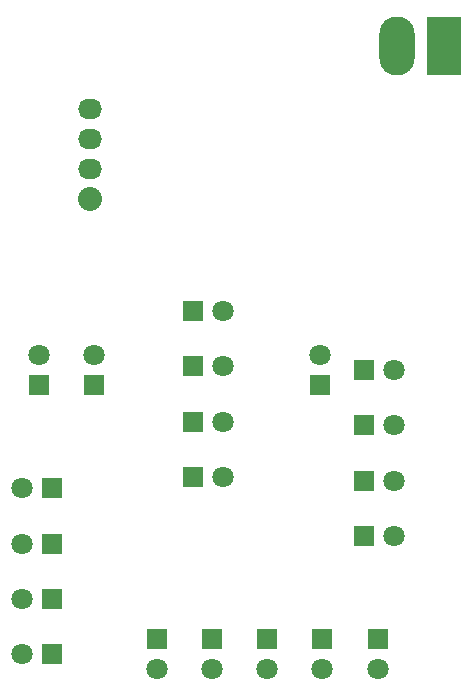
<source format=gbr>
G04 #@! TF.FileFunction,Soldermask,Top*
%FSLAX46Y46*%
G04 Gerber Fmt 4.6, Leading zero omitted, Abs format (unit mm)*
G04 Created by KiCad (PCBNEW 4.0.5) date 02/22/18 20:10:39*
%MOMM*%
%LPD*%
G01*
G04 APERTURE LIST*
%ADD10C,0.100000*%
%ADD11R,1.800000X1.800000*%
%ADD12C,1.800000*%
%ADD13R,3.000000X5.000000*%
%ADD14O,3.000000X5.000000*%
%ADD15C,2.032000*%
%ADD16O,2.032000X1.727200*%
G04 APERTURE END LIST*
D10*
D11*
X115725000Y-77835000D03*
D12*
X118265000Y-77835000D03*
D11*
X103770000Y-83495000D03*
D12*
X101230000Y-83495000D03*
D11*
X103770000Y-88165000D03*
D12*
X101230000Y-88165000D03*
D11*
X103770000Y-92835000D03*
D12*
X101230000Y-92835000D03*
D11*
X103770000Y-97505000D03*
D12*
X101230000Y-97505000D03*
D11*
X112660000Y-96230000D03*
D12*
X112660000Y-98770000D03*
D11*
X117330000Y-96230000D03*
D12*
X117330000Y-98770000D03*
D11*
X122000000Y-96230000D03*
D12*
X122000000Y-98770000D03*
D11*
X126670000Y-96230000D03*
D12*
X126670000Y-98770000D03*
D11*
X131340000Y-96230000D03*
D12*
X131340000Y-98770000D03*
D11*
X130230000Y-87505000D03*
D12*
X132770000Y-87505000D03*
D11*
X130230000Y-82835000D03*
D12*
X132770000Y-82835000D03*
D11*
X130230000Y-78165000D03*
D12*
X132770000Y-78165000D03*
D11*
X130230000Y-73495000D03*
D12*
X132770000Y-73495000D03*
D11*
X126495000Y-74765000D03*
D12*
X126495000Y-72225000D03*
D11*
X107345000Y-74765000D03*
D12*
X107345000Y-72225000D03*
D11*
X102675000Y-74765000D03*
D12*
X102675000Y-72225000D03*
D11*
X115725000Y-68495000D03*
D12*
X118265000Y-68495000D03*
D11*
X115725000Y-73165000D03*
D12*
X118265000Y-73165000D03*
D11*
X115725000Y-82505000D03*
D12*
X118265000Y-82505000D03*
D13*
X137000000Y-46000000D03*
D14*
X133000000Y-46000000D03*
D15*
X107000000Y-59000000D03*
D16*
X107000000Y-56460000D03*
X107000000Y-53920000D03*
X107000000Y-51380000D03*
M02*

</source>
